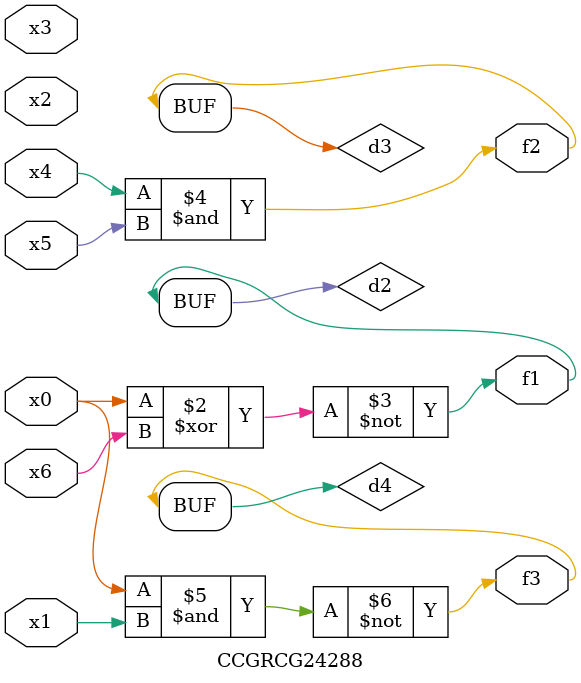
<source format=v>
module CCGRCG24288(
	input x0, x1, x2, x3, x4, x5, x6,
	output f1, f2, f3
);

	wire d1, d2, d3, d4;

	nor (d1, x0);
	xnor (d2, x0, x6);
	and (d3, x4, x5);
	nand (d4, x0, x1);
	assign f1 = d2;
	assign f2 = d3;
	assign f3 = d4;
endmodule

</source>
